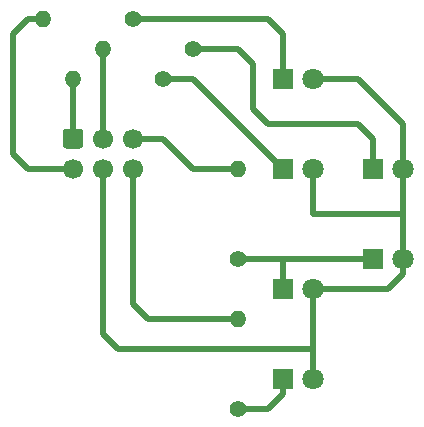
<source format=gbl>
G04 #@! TF.GenerationSoftware,KiCad,Pcbnew,5.1.10*
G04 #@! TF.CreationDate,2021-05-04T22:47:59+02:00*
G04 #@! TF.ProjectId,Signalsimulator,5369676e-616c-4736-996d-756c61746f72,rev?*
G04 #@! TF.SameCoordinates,Original*
G04 #@! TF.FileFunction,Copper,L2,Bot*
G04 #@! TF.FilePolarity,Positive*
%FSLAX46Y46*%
G04 Gerber Fmt 4.6, Leading zero omitted, Abs format (unit mm)*
G04 Created by KiCad (PCBNEW 5.1.10) date 2021-05-04 22:47:59*
%MOMM*%
%LPD*%
G01*
G04 APERTURE LIST*
G04 #@! TA.AperFunction,ComponentPad*
%ADD10C,1.800000*%
G04 #@! TD*
G04 #@! TA.AperFunction,ComponentPad*
%ADD11R,1.800000X1.800000*%
G04 #@! TD*
G04 #@! TA.AperFunction,ComponentPad*
%ADD12O,1.400000X1.400000*%
G04 #@! TD*
G04 #@! TA.AperFunction,ComponentPad*
%ADD13C,1.400000*%
G04 #@! TD*
G04 #@! TA.AperFunction,ComponentPad*
%ADD14C,1.700000*%
G04 #@! TD*
G04 #@! TA.AperFunction,Conductor*
%ADD15C,0.500000*%
G04 #@! TD*
G04 APERTURE END LIST*
D10*
X59690000Y-39370000D03*
D11*
X57150000Y-39370000D03*
X49530000Y-31750000D03*
D10*
X52070000Y-31750000D03*
X52070000Y-57150000D03*
D11*
X49530000Y-57150000D03*
X49530000Y-49530000D03*
D10*
X52070000Y-49530000D03*
X59690000Y-46990000D03*
D11*
X57150000Y-46990000D03*
X49530000Y-39370000D03*
D10*
X52070000Y-39370000D03*
D12*
X34290000Y-29210000D03*
D13*
X41910000Y-29210000D03*
X36830000Y-26670000D03*
D12*
X29210000Y-26670000D03*
D13*
X45720000Y-59690000D03*
D12*
X45720000Y-52070000D03*
X45720000Y-39370000D03*
D13*
X45720000Y-46990000D03*
D12*
X31750000Y-31750000D03*
D13*
X39370000Y-31750000D03*
G04 #@! TA.AperFunction,ComponentPad*
G36*
G01*
X31150000Y-35980000D02*
X32350000Y-35980000D01*
G75*
G02*
X32600000Y-36230000I0J-250000D01*
G01*
X32600000Y-37430000D01*
G75*
G02*
X32350000Y-37680000I-250000J0D01*
G01*
X31150000Y-37680000D01*
G75*
G02*
X30900000Y-37430000I0J250000D01*
G01*
X30900000Y-36230000D01*
G75*
G02*
X31150000Y-35980000I250000J0D01*
G01*
G37*
G04 #@! TD.AperFunction*
D14*
X34290000Y-36830000D03*
X36830000Y-36830000D03*
X31750000Y-39370000D03*
X34290000Y-39370000D03*
X36830000Y-39370000D03*
D15*
X52070000Y-57150000D02*
X52070000Y-49530000D01*
X59690000Y-46990000D02*
X59690000Y-39370000D01*
X52070000Y-39370000D02*
X52070000Y-43180000D01*
X52070000Y-43180000D02*
X59690000Y-43180000D01*
X52070000Y-54610000D02*
X52070000Y-57150000D01*
X34290000Y-39370000D02*
X34290000Y-53340000D01*
X34290000Y-53340000D02*
X35560000Y-54610000D01*
X35560000Y-54610000D02*
X52070000Y-54610000D01*
X55880000Y-31750000D02*
X52070000Y-31750000D01*
X59690000Y-39370000D02*
X59690000Y-35560000D01*
X59690000Y-35560000D02*
X55880000Y-31750000D01*
X59690000Y-48260000D02*
X59690000Y-46990000D01*
X58420000Y-49530000D02*
X59690000Y-48260000D01*
X52070000Y-49530000D02*
X58420000Y-49530000D01*
X57150000Y-36830000D02*
X57150000Y-39370000D01*
X55880000Y-35560000D02*
X57150000Y-36830000D01*
X48260000Y-35560000D02*
X55880000Y-35560000D01*
X46990000Y-34290000D02*
X48260000Y-35560000D01*
X46990000Y-30480000D02*
X46990000Y-34290000D01*
X45720000Y-29210000D02*
X46990000Y-30480000D01*
X41910000Y-29210000D02*
X45720000Y-29210000D01*
X49530000Y-27940000D02*
X49530000Y-31750000D01*
X48260000Y-26670000D02*
X49530000Y-27940000D01*
X36830000Y-26670000D02*
X48260000Y-26670000D01*
X45720000Y-59690000D02*
X48260000Y-59690000D01*
X48260000Y-59690000D02*
X49530000Y-58420000D01*
X49530000Y-58420000D02*
X49530000Y-57150000D01*
X49530000Y-49530000D02*
X49530000Y-46990000D01*
X49530000Y-46990000D02*
X57150000Y-46990000D01*
X45720000Y-46990000D02*
X49530000Y-46990000D01*
X41910000Y-31750000D02*
X49530000Y-39370000D01*
X39370000Y-31750000D02*
X41910000Y-31750000D01*
X36830000Y-36830000D02*
X39370000Y-36830000D01*
X39370000Y-36830000D02*
X41910000Y-39370000D01*
X41910000Y-39370000D02*
X45720000Y-39370000D01*
X34290000Y-29210000D02*
X34290000Y-36830000D01*
X27940000Y-39370000D02*
X31750000Y-39370000D01*
X26670000Y-38100000D02*
X27940000Y-39370000D01*
X26670000Y-27940000D02*
X26670000Y-38100000D01*
X27940000Y-26670000D02*
X26670000Y-27940000D01*
X29210000Y-26670000D02*
X27940000Y-26670000D01*
X31750000Y-31750000D02*
X31750000Y-36830000D01*
X38100000Y-52070000D02*
X45720000Y-52070000D01*
X36830000Y-39370000D02*
X36830000Y-50800000D01*
X36830000Y-50800000D02*
X38100000Y-52070000D01*
M02*

</source>
